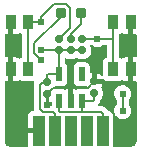
<source format=gtl>
G04 #@! TF.GenerationSoftware,KiCad,Pcbnew,(6.0.9)*
G04 #@! TF.CreationDate,2023-01-08T15:38:34+09:00*
G04 #@! TF.ProjectId,BM71-Dongle,424d3731-2d44-46f6-9e67-6c652e6b6963,V2.0*
G04 #@! TF.SameCoordinates,Original*
G04 #@! TF.FileFunction,Copper,L1,Top*
G04 #@! TF.FilePolarity,Positive*
%FSLAX46Y46*%
G04 Gerber Fmt 4.6, Leading zero omitted, Abs format (unit mm)*
G04 Created by KiCad (PCBNEW (6.0.9)) date 2023-01-08 15:38:34*
%MOMM*%
%LPD*%
G01*
G04 APERTURE LIST*
G04 Aperture macros list*
%AMRoundRect*
0 Rectangle with rounded corners*
0 $1 Rounding radius*
0 $2 $3 $4 $5 $6 $7 $8 $9 X,Y pos of 4 corners*
0 Add a 4 corners polygon primitive as box body*
4,1,4,$2,$3,$4,$5,$6,$7,$8,$9,$2,$3,0*
0 Add four circle primitives for the rounded corners*
1,1,$1+$1,$2,$3*
1,1,$1+$1,$4,$5*
1,1,$1+$1,$6,$7*
1,1,$1+$1,$8,$9*
0 Add four rect primitives between the rounded corners*
20,1,$1+$1,$2,$3,$4,$5,0*
20,1,$1+$1,$4,$5,$6,$7,0*
20,1,$1+$1,$6,$7,$8,$9,0*
20,1,$1+$1,$8,$9,$2,$3,0*%
G04 Aperture macros list end*
G04 #@! TA.AperFunction,SMDPad,CuDef*
%ADD10R,0.900000X1.200000*%
G04 #@! TD*
G04 #@! TA.AperFunction,SMDPad,CuDef*
%ADD11R,0.500000X1.200000*%
G04 #@! TD*
G04 #@! TA.AperFunction,SMDPad,CuDef*
%ADD12RoundRect,0.150000X0.150000X-0.150000X0.150000X0.150000X-0.150000X0.150000X-0.150000X-0.150000X0*%
G04 #@! TD*
G04 #@! TA.AperFunction,ComponentPad*
%ADD13R,1.000000X2.500000*%
G04 #@! TD*
G04 #@! TA.AperFunction,SMDPad,CuDef*
%ADD14RoundRect,0.200000X-0.250000X-0.200000X0.250000X-0.200000X0.250000X0.200000X-0.250000X0.200000X0*%
G04 #@! TD*
G04 #@! TA.AperFunction,SMDPad,CuDef*
%ADD15RoundRect,0.150000X-0.150000X0.150000X-0.150000X-0.150000X0.150000X-0.150000X0.150000X0.150000X0*%
G04 #@! TD*
G04 #@! TA.AperFunction,ViaPad*
%ADD16C,0.609600*%
G04 #@! TD*
G04 #@! TA.AperFunction,Conductor*
%ADD17C,0.203200*%
G04 #@! TD*
G04 APERTURE END LIST*
D10*
X-3575000Y7000000D03*
X-3575000Y11000000D03*
X-5075000Y11000000D03*
X-5075000Y7000000D03*
D11*
X-950000Y4300000D03*
X0Y4300000D03*
X950000Y4300000D03*
X950000Y6600000D03*
X-950000Y6600000D03*
D12*
X2000000Y5000000D03*
X2000000Y6000000D03*
X1000000Y8600000D03*
X1000000Y9600000D03*
X-1000000Y8600000D03*
X-1000000Y9600000D03*
D13*
X2700000Y1800000D03*
X1350000Y1800000D03*
X0Y1800000D03*
X-1350000Y1800000D03*
X-2700000Y1800000D03*
D14*
X-850000Y11800000D03*
X850000Y11800000D03*
D15*
X-2000000Y5950000D03*
X-2000000Y4950000D03*
X0Y9600000D03*
X0Y8600000D03*
D10*
X3575000Y11000000D03*
X3575000Y7000000D03*
X5075000Y11000000D03*
X5075000Y7000000D03*
D16*
X-4500000Y1500000D03*
X4500000Y1500000D03*
X-1995700Y3963900D03*
X-2500000Y8600000D03*
X-2500000Y7750000D03*
X4400000Y4950000D03*
X4400000Y3500000D03*
X2250000Y9600000D03*
X-2500000Y11000000D03*
D17*
X950000Y3400000D02*
X945200Y3395200D01*
X950000Y4300000D02*
X950000Y3400000D01*
X2000000Y5000000D02*
X2000000Y4400000D01*
X945200Y3395200D02*
X795200Y3395200D01*
X2000000Y4400000D02*
X1900000Y4300000D01*
X795200Y3395200D02*
X-895200Y3395200D01*
X2700000Y3253200D02*
X2558000Y3395200D01*
X-895200Y3395200D02*
X-950000Y3450000D01*
X2558000Y3395200D02*
X795200Y3395200D01*
X-950000Y3450000D02*
X-950000Y4300000D01*
X1900000Y4300000D02*
X950000Y4300000D01*
X2700000Y1800000D02*
X2700000Y3253200D01*
X-2000000Y3968200D02*
X-1995700Y3963900D01*
X-2000000Y4950000D02*
X-1500000Y5450000D01*
X-2000000Y4950000D02*
X-2000000Y3968200D01*
X-1500000Y5450000D02*
X1450000Y5450000D01*
X1450000Y5450000D02*
X2000000Y6000000D01*
X-1350000Y3200000D02*
X-1350000Y1800000D01*
X-2604800Y3654800D02*
X-2304800Y3354800D01*
X-2000000Y5950000D02*
X-2000000Y6500000D01*
X-1504800Y3354800D02*
X-1350000Y3200000D01*
X-1900000Y6600000D02*
X-950000Y6600000D01*
X-2500000Y8600000D02*
X-1000000Y8600000D01*
X-2350000Y5950000D02*
X-2604800Y5695200D01*
X-2304800Y3354800D02*
X-1504800Y3354800D01*
X-2000000Y5950000D02*
X-2350000Y5950000D01*
X-2000000Y6500000D02*
X-1900000Y6600000D01*
X-1000000Y8600000D02*
X-1000000Y6650000D01*
X-2604800Y5695200D02*
X-2604800Y3654800D01*
X-1000000Y8600000D02*
X1000000Y8600000D01*
X-1000000Y6650000D02*
X-950000Y6600000D01*
X-3109600Y9190400D02*
X-850000Y11450000D01*
X-2512105Y7750000D02*
X-3109600Y8347495D01*
X-3109600Y8347495D02*
X-3109600Y9190400D01*
X-2500000Y7750000D02*
X-2512105Y7750000D01*
X-850000Y11450000D02*
X-850000Y11800000D01*
X0Y9600000D02*
X0Y10025264D01*
X850000Y10875264D02*
X850000Y11800000D01*
X0Y10025264D02*
X850000Y10875264D01*
X4400000Y4950000D02*
X4400000Y3500000D01*
X2250000Y9600000D02*
X3550000Y9600000D01*
X3575000Y9625000D02*
X3575000Y7000000D01*
X3550000Y9600000D02*
X3575000Y9625000D01*
X1000000Y9600000D02*
X2250000Y9600000D01*
X3575000Y11000000D02*
X3575000Y9625000D01*
X-3575000Y11000000D02*
X-2500000Y11000000D01*
X-3575000Y11000000D02*
X-3575000Y7000000D01*
X-2500000Y11450000D02*
X-2500000Y11000000D01*
X-1000000Y9600000D02*
X-95200Y10504800D01*
X-1445200Y12504800D02*
X-2500000Y11450000D01*
X-95200Y12209095D02*
X-390905Y12504800D01*
X-390905Y12504800D02*
X-1445200Y12504800D01*
X-95200Y10504800D02*
X-95200Y12209095D01*
G04 #@! TA.AperFunction,Conductor*
G36*
X-4871800Y10006860D02*
G01*
X-4868103Y9996703D01*
X-4862731Y9993601D01*
X-4595971Y9993601D01*
X-4590096Y9994064D01*
X-4503696Y10007747D01*
X-4492578Y10011359D01*
X-4388423Y10064428D01*
X-4378956Y10071307D01*
X-4378527Y10071736D01*
X-4378076Y10071946D01*
X-4374176Y10074780D01*
X-4373625Y10074022D01*
X-4331907Y10093476D01*
X-4282220Y10080162D01*
X-4272179Y10071736D01*
X-4267151Y10066708D01*
X-4152306Y10008191D01*
X-4146459Y10007265D01*
X-4140833Y10005437D01*
X-4141240Y10004184D01*
X-4101942Y9982397D01*
X-4083500Y9933066D01*
X-4083500Y8066934D01*
X-4101093Y8018596D01*
X-4141258Y7995870D01*
X-4140833Y7994563D01*
X-4146459Y7992735D01*
X-4152306Y7991809D01*
X-4267151Y7933292D01*
X-4272179Y7928264D01*
X-4273060Y7927853D01*
X-4276121Y7925629D01*
X-4276553Y7926224D01*
X-4318799Y7906524D01*
X-4368486Y7919838D01*
X-4378527Y7928264D01*
X-4378956Y7928693D01*
X-4388423Y7935572D01*
X-4492576Y7988640D01*
X-4503697Y7992253D01*
X-4590097Y8005938D01*
X-4595969Y8006400D01*
X-4858541Y8006400D01*
X-4868698Y8002703D01*
X-4871800Y7997331D01*
X-4871800Y6006860D01*
X-4868103Y5996703D01*
X-4862731Y5993601D01*
X-4595971Y5993601D01*
X-4590096Y5994064D01*
X-4503696Y6007747D01*
X-4492578Y6011359D01*
X-4388423Y6064428D01*
X-4378956Y6071307D01*
X-4378527Y6071736D01*
X-4378076Y6071946D01*
X-4374176Y6074780D01*
X-4373625Y6074022D01*
X-4331907Y6093476D01*
X-4282220Y6080162D01*
X-4272179Y6071736D01*
X-4267151Y6066708D01*
X-4152306Y6008191D01*
X-4146459Y6007265D01*
X-4059942Y5993562D01*
X-4059940Y5993562D01*
X-4057024Y5993100D01*
X-3145118Y5993100D01*
X-3096780Y5975507D01*
X-3071060Y5930958D01*
X-3077047Y5885942D01*
X-3096081Y5845400D01*
X-3096905Y5840107D01*
X-3096907Y5840101D01*
X-3098085Y5832536D01*
X-3101974Y5817711D01*
X-3104664Y5810534D01*
X-3106545Y5805516D01*
X-3106942Y5800175D01*
X-3106942Y5800174D01*
X-3110204Y5756269D01*
X-3110893Y5750273D01*
X-3113300Y5734814D01*
X-3113300Y5717400D01*
X-3113507Y5711827D01*
X-3116548Y5670898D01*
X-3117339Y5660259D01*
X-3116220Y5655019D01*
X-3114957Y5649101D01*
X-3113300Y5633402D01*
X-3113300Y3720197D01*
X-3115154Y3703603D01*
X-3116874Y3696000D01*
X-3115324Y3671011D01*
X-3113444Y3640712D01*
X-3113300Y3636056D01*
X-3113300Y3618287D01*
X-3112921Y3615643D01*
X-3111528Y3605912D01*
X-3110913Y3599910D01*
X-3108895Y3567392D01*
X-3107855Y3550623D01*
X-3106354Y3546465D01*
X-3113725Y3495946D01*
X-3152132Y3461728D01*
X-3179936Y3456399D01*
X-3229029Y3456399D01*
X-3234904Y3455936D01*
X-3321304Y3442253D01*
X-3332422Y3438641D01*
X-3436577Y3385572D01*
X-3446044Y3378693D01*
X-3528693Y3296044D01*
X-3535572Y3286577D01*
X-3588640Y3182424D01*
X-3592253Y3171303D01*
X-3605938Y3084903D01*
X-3606400Y3079031D01*
X-3606400Y2016459D01*
X-3602703Y2006302D01*
X-3597331Y2003200D01*
X-2572000Y2003200D01*
X-2523662Y1985607D01*
X-2497942Y1941058D01*
X-2496800Y1928000D01*
X-2496800Y1672000D01*
X-2514393Y1623662D01*
X-2558942Y1597942D01*
X-2572000Y1596800D01*
X-3593140Y1596800D01*
X-3603297Y1593103D01*
X-3606399Y1587731D01*
X-3606399Y520971D01*
X-3605936Y515093D01*
X-3602574Y493862D01*
X-3612390Y443368D01*
X-3652367Y410997D01*
X-3676848Y406900D01*
X-4962059Y406900D01*
X-4973823Y407826D01*
X-4994153Y411046D01*
X-5000000Y411972D01*
X-5005846Y411046D01*
X-5005850Y411046D01*
X-5008654Y410602D01*
X-5028835Y410149D01*
X-5094567Y417555D01*
X-5123559Y420821D01*
X-5139973Y424567D01*
X-5249338Y462836D01*
X-5264510Y470142D01*
X-5302263Y493864D01*
X-5362622Y531790D01*
X-5375786Y542289D01*
X-5457711Y624214D01*
X-5468211Y637379D01*
X-5529858Y735490D01*
X-5537164Y750662D01*
X-5575432Y860025D01*
X-5579179Y876443D01*
X-5589851Y971165D01*
X-5589398Y991346D01*
X-5588954Y994150D01*
X-5588954Y994154D01*
X-5588028Y1000000D01*
X-5592174Y1026178D01*
X-5593100Y1037941D01*
X-5593100Y5918400D01*
X-5575507Y5966738D01*
X-5530958Y5992458D01*
X-5517900Y5993600D01*
X-5291459Y5993600D01*
X-5281302Y5997297D01*
X-5278200Y6002669D01*
X-5278200Y7993140D01*
X-5281897Y8003297D01*
X-5287269Y8006399D01*
X-5517900Y8006399D01*
X-5566238Y8023992D01*
X-5591958Y8068541D01*
X-5593100Y8081599D01*
X-5593100Y9918400D01*
X-5575507Y9966738D01*
X-5530958Y9992458D01*
X-5517900Y9993600D01*
X-5291459Y9993600D01*
X-5281302Y9997297D01*
X-5278200Y10002669D01*
X-5278200Y11000000D01*
X-4871800Y11000000D01*
X-4871800Y10006860D01*
G37*
G04 #@! TD.AperFunction*
G04 #@! TA.AperFunction,Conductor*
G36*
X5278200Y10006860D02*
G01*
X5281897Y9996703D01*
X5287269Y9993601D01*
X5517900Y9993601D01*
X5566238Y9976008D01*
X5591958Y9931459D01*
X5593100Y9918401D01*
X5593100Y8081600D01*
X5575507Y8033262D01*
X5530958Y8007542D01*
X5517900Y8006400D01*
X5291459Y8006400D01*
X5281302Y8002703D01*
X5278200Y7997331D01*
X5278200Y6006860D01*
X5281897Y5996703D01*
X5287269Y5993601D01*
X5517900Y5993601D01*
X5566238Y5976008D01*
X5591958Y5931459D01*
X5593100Y5918401D01*
X5593100Y1037941D01*
X5592174Y1026178D01*
X5588028Y1000000D01*
X5588954Y994154D01*
X5588954Y994150D01*
X5589398Y991346D01*
X5589851Y971165D01*
X5579179Y876444D01*
X5575433Y860028D01*
X5547161Y779232D01*
X5537164Y750663D01*
X5529858Y735491D01*
X5468210Y637379D01*
X5457710Y624214D01*
X5375786Y542290D01*
X5362622Y531791D01*
X5345337Y520930D01*
X5264509Y470142D01*
X5249337Y462836D01*
X5139972Y424567D01*
X5123558Y420821D01*
X5095014Y417605D01*
X5028835Y410149D01*
X5008654Y410602D01*
X5005850Y411046D01*
X5005846Y411046D01*
X5000000Y411972D01*
X4994153Y411046D01*
X4973823Y407826D01*
X4962059Y406900D01*
X3677355Y406900D01*
X3629017Y424493D01*
X3603297Y469042D01*
X3603081Y493864D01*
X3606438Y515058D01*
X3606438Y515060D01*
X3606900Y517976D01*
X3606900Y3082024D01*
X3591809Y3177306D01*
X3533292Y3292151D01*
X3442151Y3383292D01*
X3415478Y3396883D01*
X3332579Y3439122D01*
X3332580Y3439122D01*
X3327306Y3441809D01*
X3238111Y3455936D01*
X3234942Y3456438D01*
X3234940Y3456438D01*
X3232024Y3456900D01*
X3217849Y3456900D01*
X3169511Y3474493D01*
X3153747Y3493961D01*
X3153595Y3494381D01*
X3145915Y3504894D01*
X3144387Y3507508D01*
X3683112Y3507508D01*
X3683609Y3503006D01*
X3683609Y3503002D01*
X3690263Y3442735D01*
X3702015Y3336289D01*
X3703571Y3332037D01*
X3703572Y3332033D01*
X3718167Y3292151D01*
X3761213Y3174522D01*
X3763737Y3170766D01*
X3763739Y3170762D01*
X3854764Y3035303D01*
X3854767Y3035299D01*
X3857290Y3031545D01*
X3871727Y3018408D01*
X3981341Y2918667D01*
X3981344Y2918665D01*
X3984698Y2915613D01*
X3988684Y2913449D01*
X3988685Y2913448D01*
X4099915Y2853055D01*
X4136082Y2833418D01*
X4140461Y2832269D01*
X4140464Y2832268D01*
X4247814Y2804106D01*
X4302702Y2789706D01*
X4373776Y2788589D01*
X4470407Y2787071D01*
X4470409Y2787071D01*
X4474939Y2787000D01*
X4642850Y2825457D01*
X4796741Y2902856D01*
X4927728Y3014729D01*
X5028248Y3154618D01*
X5034956Y3171303D01*
X5070041Y3258581D01*
X5092498Y3314446D01*
X5116770Y3484986D01*
X5116927Y3500000D01*
X5102932Y3615643D01*
X5096777Y3666509D01*
X5096777Y3666511D01*
X5096232Y3671011D01*
X5088810Y3690653D01*
X5036947Y3827905D01*
X5036946Y3827907D01*
X5035343Y3832149D01*
X4990537Y3897342D01*
X4940343Y3970376D01*
X4940342Y3970378D01*
X4937775Y3974112D01*
X4933673Y3977767D01*
X4933432Y3978214D01*
X4931393Y3980527D01*
X4931931Y3981002D01*
X4909288Y4023057D01*
X4908500Y4033912D01*
X4908500Y4415304D01*
X4927760Y4464706D01*
X4927728Y4464729D01*
X4927819Y4464855D01*
X4927820Y4464856D01*
X4930373Y4468409D01*
X4930375Y4468412D01*
X5025602Y4600935D01*
X5025604Y4600938D01*
X5028248Y4604618D01*
X5036250Y4624522D01*
X5090807Y4760240D01*
X5092498Y4764446D01*
X5116770Y4934986D01*
X5116927Y4950000D01*
X5096232Y5121011D01*
X5088244Y5142151D01*
X5036947Y5277905D01*
X5036946Y5277907D01*
X5035343Y5282149D01*
X5028230Y5292498D01*
X4940343Y5420376D01*
X4940342Y5420378D01*
X4937775Y5424112D01*
X4903166Y5454948D01*
X4812546Y5535687D01*
X4809160Y5538704D01*
X4656924Y5619309D01*
X4538318Y5649101D01*
X4494256Y5660169D01*
X4494252Y5660169D01*
X4489855Y5661274D01*
X4485321Y5661298D01*
X4485319Y5661298D01*
X4401967Y5661734D01*
X4317598Y5662176D01*
X4150099Y5621963D01*
X3997027Y5542956D01*
X3867219Y5429718D01*
X3809645Y5347798D01*
X3780551Y5306400D01*
X3768170Y5288784D01*
X3705597Y5128292D01*
X3705006Y5123801D01*
X3705005Y5123798D01*
X3700695Y5091058D01*
X3683112Y4957508D01*
X3683609Y4953006D01*
X3683609Y4953002D01*
X3684212Y4947541D01*
X3702015Y4786289D01*
X3703571Y4782037D01*
X3703572Y4782033D01*
X3726014Y4720707D01*
X3761213Y4624522D01*
X3763737Y4620766D01*
X3763739Y4620762D01*
X3854764Y4485304D01*
X3857290Y4481545D01*
X3860638Y4478499D01*
X3860641Y4478495D01*
X3866912Y4472789D01*
X3890822Y4427243D01*
X3891500Y4417170D01*
X3891500Y4034738D01*
X3872186Y3984421D01*
X3870633Y3982697D01*
X3867219Y3979718D01*
X3864613Y3976011D01*
X3864612Y3976009D01*
X3786043Y3864215D01*
X3768170Y3838784D01*
X3705597Y3678292D01*
X3705006Y3673801D01*
X3705005Y3673798D01*
X3700344Y3638391D01*
X3683112Y3507508D01*
X3144387Y3507508D01*
X3138182Y3518127D01*
X3135009Y3525105D01*
X3132792Y3529982D01*
X3100558Y3567392D01*
X3096805Y3572118D01*
X3087575Y3584753D01*
X3075272Y3597056D01*
X3071477Y3601142D01*
X3041207Y3636272D01*
X3037713Y3640327D01*
X3033222Y3643238D01*
X3033221Y3643239D01*
X3028134Y3646536D01*
X3015863Y3656465D01*
X2963808Y3708520D01*
X2953384Y3721565D01*
X2952084Y3723625D01*
X2949224Y3728158D01*
X2907694Y3764836D01*
X2904301Y3768026D01*
X2891745Y3780582D01*
X2889599Y3782190D01*
X2889596Y3782193D01*
X2881744Y3788078D01*
X2877066Y3791887D01*
X2844067Y3821030D01*
X2844065Y3821032D01*
X2840049Y3824578D01*
X2828267Y3830109D01*
X2815125Y3838006D01*
X2808993Y3842603D01*
X2808989Y3842605D01*
X2804705Y3845816D01*
X2758452Y3863156D01*
X2752889Y3865500D01*
X2713050Y3884204D01*
X2708200Y3886481D01*
X2702907Y3887305D01*
X2702901Y3887307D01*
X2695336Y3888485D01*
X2680511Y3892374D01*
X2673334Y3895064D01*
X2673333Y3895064D01*
X2668316Y3896945D01*
X2662975Y3897342D01*
X2662974Y3897342D01*
X2646067Y3898598D01*
X2619066Y3900604D01*
X2613073Y3901293D01*
X2608966Y3901932D01*
X2600493Y3903252D01*
X2600489Y3903252D01*
X2597614Y3903700D01*
X2580200Y3903700D01*
X2574627Y3903907D01*
X2528404Y3907342D01*
X2528403Y3907342D01*
X2523059Y3907739D01*
X2511899Y3905357D01*
X2496202Y3903700D01*
X2406902Y3903700D01*
X2358564Y3921293D01*
X2332844Y3965842D01*
X2341777Y4016500D01*
X2350536Y4028679D01*
X2369635Y4050305D01*
X2372827Y4053700D01*
X2385382Y4066255D01*
X2392878Y4076256D01*
X2396687Y4080934D01*
X2425830Y4113933D01*
X2425832Y4113935D01*
X2429378Y4117951D01*
X2434909Y4129733D01*
X2442806Y4142875D01*
X2447403Y4149007D01*
X2447405Y4149011D01*
X2450616Y4153295D01*
X2467954Y4199545D01*
X2470298Y4205107D01*
X2489005Y4244951D01*
X2489006Y4244954D01*
X2491281Y4249800D01*
X2493285Y4262669D01*
X2497173Y4277491D01*
X2499863Y4284667D01*
X2501744Y4289684D01*
X2505403Y4338922D01*
X2506091Y4344914D01*
X2508053Y4357513D01*
X2508053Y4357518D01*
X2508500Y4360386D01*
X2508500Y4377805D01*
X2508707Y4383381D01*
X2509320Y4391626D01*
X2530449Y4438526D01*
X2538844Y4445947D01*
X2543410Y4449413D01*
X2543411Y4449414D01*
X2547490Y4452510D01*
X2556861Y4464855D01*
X2636641Y4569961D01*
X2639741Y4574045D01*
X2650388Y4600935D01*
X2694132Y4711422D01*
X2695910Y4715912D01*
X2706900Y4806731D01*
X2706899Y5193268D01*
X2695910Y5284088D01*
X2692580Y5292498D01*
X2641629Y5421187D01*
X2641628Y5421188D01*
X2639741Y5425955D01*
X2617734Y5454948D01*
X2602523Y5504087D01*
X2617734Y5545880D01*
X2636201Y5570209D01*
X2641189Y5579061D01*
X2693641Y5711542D01*
X2695999Y5720827D01*
X2703600Y5783635D01*
X2701150Y5794164D01*
X2697639Y5796800D01*
X1872000Y5796800D01*
X1823662Y5814393D01*
X1797942Y5858942D01*
X1796800Y5872000D01*
X1796800Y6691934D01*
X1793103Y6702091D01*
X1789302Y6704286D01*
X1720827Y6695999D01*
X1711543Y6693641D01*
X1709781Y6692944D01*
X1708675Y6692913D01*
X1706859Y6692452D01*
X1706755Y6692860D01*
X1658362Y6691509D01*
X1618049Y6723462D01*
X1606900Y6762864D01*
X1606900Y7232024D01*
X1591809Y7327306D01*
X1533292Y7442151D01*
X1442151Y7533292D01*
X1408501Y7550438D01*
X1372204Y7568932D01*
X1327306Y7591809D01*
X1297196Y7596578D01*
X1234942Y7606438D01*
X1234940Y7606438D01*
X1232024Y7606900D01*
X667976Y7606900D01*
X665060Y7606438D01*
X665058Y7606438D01*
X602804Y7596578D01*
X572694Y7591809D01*
X527796Y7568932D01*
X491500Y7550438D01*
X457849Y7533292D01*
X366708Y7442151D01*
X308191Y7327306D01*
X293100Y7232024D01*
X293100Y5967976D01*
X308191Y5872694D01*
X366708Y5757849D01*
X457849Y5666708D01*
X463125Y5664020D01*
X463126Y5664019D01*
X492404Y5649101D01*
X572694Y5608191D01*
X578541Y5607265D01*
X665058Y5593562D01*
X665060Y5593562D01*
X667976Y5593100D01*
X1232024Y5593100D01*
X1234940Y5593562D01*
X1234942Y5593562D01*
X1271141Y5599295D01*
X1289694Y5602234D01*
X1340189Y5592419D01*
X1361357Y5573426D01*
X1382266Y5545880D01*
X1397477Y5496741D01*
X1382266Y5454948D01*
X1360259Y5425955D01*
X1358371Y5421186D01*
X1330514Y5350829D01*
X1296362Y5312362D01*
X1248831Y5304238D01*
X1234942Y5306438D01*
X1234940Y5306438D01*
X1232024Y5306900D01*
X667976Y5306900D01*
X665060Y5306438D01*
X665058Y5306438D01*
X632031Y5301207D01*
X572694Y5291809D01*
X545406Y5277905D01*
X508590Y5259146D01*
X457534Y5252877D01*
X440310Y5259146D01*
X382424Y5288640D01*
X371303Y5292253D01*
X284903Y5305938D01*
X279031Y5306400D01*
X216459Y5306400D01*
X206302Y5302703D01*
X203200Y5297331D01*
X203200Y4172000D01*
X185607Y4123662D01*
X141058Y4097942D01*
X128000Y4096800D01*
X-128000Y4096800D01*
X-176338Y4114393D01*
X-202058Y4158942D01*
X-203200Y4172000D01*
X-203200Y5293140D01*
X-206897Y5303297D01*
X-212269Y5306399D01*
X-279029Y5306399D01*
X-284904Y5305936D01*
X-371304Y5292253D01*
X-382422Y5288641D01*
X-440310Y5259146D01*
X-491367Y5252878D01*
X-508590Y5259146D01*
X-545406Y5277905D01*
X-572694Y5291809D01*
X-632031Y5301207D01*
X-665058Y5306438D01*
X-665060Y5306438D01*
X-667976Y5306900D01*
X-1232024Y5306900D01*
X-1267967Y5301207D01*
X-1318460Y5311022D01*
X-1349649Y5347798D01*
X-1358811Y5370939D01*
X-1363799Y5379791D01*
X-1382266Y5404120D01*
X-1397477Y5453259D01*
X-1382266Y5495052D01*
X-1363359Y5519961D01*
X-1360259Y5524045D01*
X-1355649Y5535687D01*
X-1349143Y5552121D01*
X-1314991Y5590587D01*
X-1267461Y5598712D01*
X-1234945Y5593562D01*
X-1234937Y5593561D01*
X-1232024Y5593100D01*
X-667976Y5593100D01*
X-665060Y5593562D01*
X-665058Y5593562D01*
X-578541Y5607265D01*
X-572694Y5608191D01*
X-492404Y5649101D01*
X-463126Y5664019D01*
X-463125Y5664020D01*
X-457849Y5666708D01*
X-366708Y5757849D01*
X-308191Y5872694D01*
X-293100Y5967976D01*
X-293100Y7232024D01*
X-308191Y7327306D01*
X-366708Y7442151D01*
X-457849Y7533292D01*
X-461089Y7534943D01*
X-489267Y7576724D01*
X-491500Y7594913D01*
X-491500Y7875557D01*
X-473907Y7923895D01*
X-429358Y7949615D01*
X-388617Y7945476D01*
X-284088Y7904090D01*
X-193269Y7893100D01*
X-190995Y7893100D01*
X682Y7893101D01*
X193268Y7893101D01*
X284088Y7904090D01*
X334110Y7923895D01*
X421187Y7958371D01*
X421188Y7958372D01*
X425955Y7960259D01*
X454534Y7981952D01*
X503673Y7997163D01*
X545466Y7981952D01*
X574045Y7960259D01*
X578812Y7958372D01*
X578813Y7958371D01*
X635364Y7935981D01*
X715912Y7904090D01*
X806731Y7893100D01*
X809005Y7893100D01*
X1000682Y7893101D01*
X1193268Y7893101D01*
X1284088Y7904090D01*
X1334110Y7923895D01*
X1421187Y7958371D01*
X1421188Y7958372D01*
X1425955Y7960259D01*
X1547490Y8052510D01*
X1569988Y8082149D01*
X1636641Y8169961D01*
X1639741Y8174045D01*
X1695910Y8315912D01*
X1706900Y8406731D01*
X1706899Y8793268D01*
X1695910Y8884088D01*
X1655783Y8985437D01*
X1654347Y9036857D01*
X1686298Y9077170D01*
X1736687Y9087513D01*
X1776312Y9068740D01*
X1831341Y9018667D01*
X1831344Y9018665D01*
X1834698Y9015613D01*
X1986082Y8933418D01*
X1990461Y8932269D01*
X1990464Y8932268D01*
X2097814Y8904106D01*
X2152702Y8889706D01*
X2223776Y8888589D01*
X2320407Y8887071D01*
X2320409Y8887071D01*
X2324939Y8887000D01*
X2492850Y8925457D01*
X2646741Y9002856D01*
X2662482Y9016300D01*
X2729435Y9073483D01*
X2778273Y9091500D01*
X2991300Y9091500D01*
X3039638Y9073907D01*
X3065358Y9029358D01*
X3066500Y9016300D01*
X3066500Y8066934D01*
X3048907Y8018596D01*
X3008742Y7995870D01*
X3009167Y7994563D01*
X3003541Y7992735D01*
X2997694Y7991809D01*
X2882849Y7933292D01*
X2791708Y7842151D01*
X2733191Y7727306D01*
X2718100Y7632024D01*
X2718100Y6545345D01*
X2700507Y6497007D01*
X2655958Y6471287D01*
X2605300Y6480220D01*
X2583001Y6499879D01*
X2550230Y6543053D01*
X2543053Y6550230D01*
X2429791Y6636201D01*
X2420939Y6641189D01*
X2288458Y6693641D01*
X2279173Y6695999D01*
X2216365Y6703600D01*
X2205836Y6701150D01*
X2203200Y6697639D01*
X2203200Y6216459D01*
X2206897Y6206302D01*
X2212269Y6203200D01*
X2691933Y6203200D01*
X2694087Y6203984D01*
X2745527Y6203984D01*
X2786809Y6167462D01*
X2789017Y6163129D01*
X2789019Y6163126D01*
X2791708Y6157849D01*
X2882849Y6066708D01*
X2997694Y6008191D01*
X3003541Y6007265D01*
X3090058Y5993562D01*
X3090060Y5993562D01*
X3092976Y5993100D01*
X4057024Y5993100D01*
X4059940Y5993562D01*
X4059942Y5993562D01*
X4146459Y6007265D01*
X4152306Y6008191D01*
X4267151Y6066708D01*
X4272179Y6071736D01*
X4273060Y6072147D01*
X4276121Y6074371D01*
X4276553Y6073776D01*
X4318799Y6093476D01*
X4368486Y6080162D01*
X4378527Y6071736D01*
X4378956Y6071307D01*
X4388423Y6064428D01*
X4492576Y6011360D01*
X4503697Y6007747D01*
X4590097Y5994062D01*
X4595969Y5993600D01*
X4858541Y5993600D01*
X4868698Y5997297D01*
X4871800Y6002669D01*
X4871800Y7993140D01*
X4868103Y8003297D01*
X4862731Y8006399D01*
X4595971Y8006399D01*
X4590096Y8005936D01*
X4503696Y7992253D01*
X4492578Y7988641D01*
X4388423Y7935572D01*
X4378956Y7928693D01*
X4378527Y7928264D01*
X4378076Y7928054D01*
X4374176Y7925220D01*
X4373625Y7925978D01*
X4331907Y7906524D01*
X4282220Y7919838D01*
X4272179Y7928264D01*
X4267151Y7933292D01*
X4152306Y7991809D01*
X4146459Y7992735D01*
X4140833Y7994563D01*
X4141240Y7995816D01*
X4101942Y8017603D01*
X4083500Y8066934D01*
X4083500Y9602804D01*
X4083707Y9608377D01*
X4087142Y9654597D01*
X4087142Y9654598D01*
X4087539Y9659941D01*
X4085157Y9671100D01*
X4083500Y9686799D01*
X4083500Y9933066D01*
X4101093Y9981404D01*
X4141258Y10004130D01*
X4140833Y10005437D01*
X4146459Y10007265D01*
X4152306Y10008191D01*
X4267151Y10066708D01*
X4272179Y10071736D01*
X4273060Y10072147D01*
X4276121Y10074371D01*
X4276553Y10073776D01*
X4318799Y10093476D01*
X4368486Y10080162D01*
X4378527Y10071736D01*
X4378956Y10071307D01*
X4388423Y10064428D01*
X4492576Y10011360D01*
X4503697Y10007747D01*
X4590097Y9994062D01*
X4595969Y9993600D01*
X4858541Y9993600D01*
X4868698Y9997297D01*
X4871800Y10002669D01*
X4871800Y11000000D01*
X5278200Y11000000D01*
X5278200Y10006860D01*
G37*
G04 #@! TD.AperFunction*
G04 #@! TA.AperFunction,Conductor*
G36*
X-1823662Y5135607D02*
G01*
X-1797942Y5091058D01*
X-1796800Y5078000D01*
X-1796800Y4258066D01*
X-1793103Y4247909D01*
X-1789302Y4245714D01*
X-1720827Y4254001D01*
X-1711543Y4256359D01*
X-1709781Y4257056D01*
X-1708675Y4257087D01*
X-1706859Y4257548D01*
X-1706755Y4257140D01*
X-1658362Y4258491D01*
X-1618049Y4226538D01*
X-1606900Y4187136D01*
X-1606900Y3938500D01*
X-1624493Y3890162D01*
X-1669042Y3864442D01*
X-1682100Y3863300D01*
X-2021100Y3863300D01*
X-2069438Y3880893D01*
X-2095158Y3925442D01*
X-2096300Y3938500D01*
X-2096300Y5078000D01*
X-2078707Y5126338D01*
X-2034158Y5152058D01*
X-2021100Y5153200D01*
X-1872000Y5153200D01*
X-1823662Y5135607D01*
G37*
G04 #@! TD.AperFunction*
M02*

</source>
